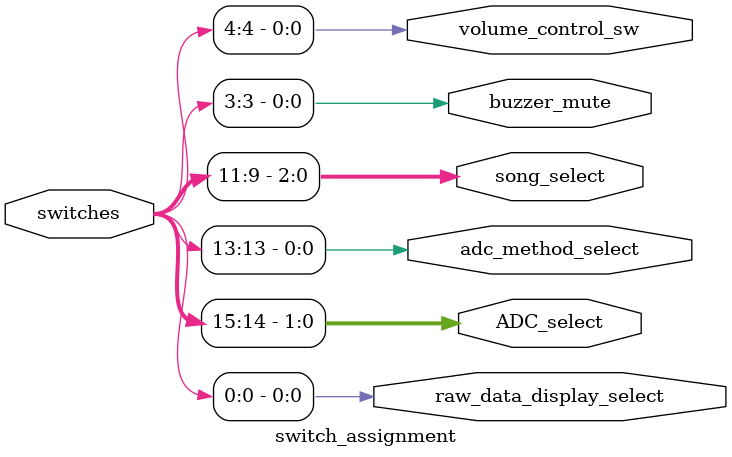
<source format=sv>
module switch_assignment (
    input  logic [15:0] switches,

    output logic raw_data_display_select,
    output logic [1:0] ADC_select,
    output logic adc_method_select,
    output logic [2:0] song_select,
    output logic buzzer_mute,
    output logic volume_control_sw
);


    assign raw_data_display_select = switches[0];
    assign adc_method_select = switches[13];
    assign ADC_select = switches[15:14];
    assign song_select = switches[11:9];
    assign buzzer_mute = switches[3];
    assign volume_control_sw = switches[4];

endmodule
</source>
